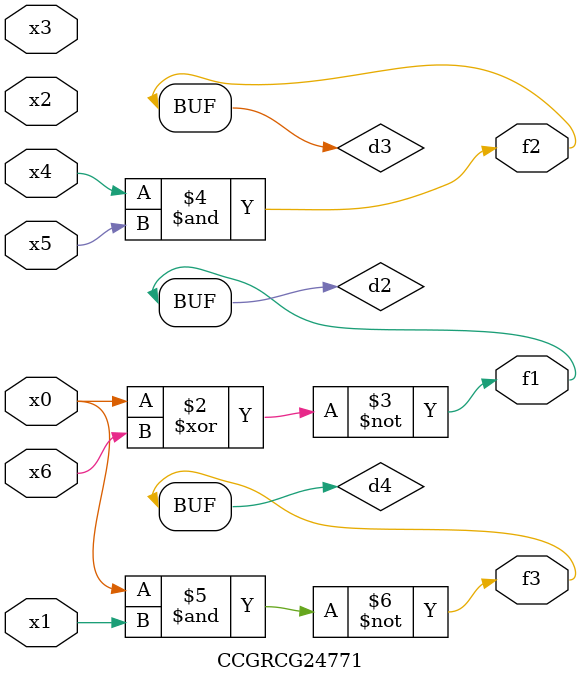
<source format=v>
module CCGRCG24771(
	input x0, x1, x2, x3, x4, x5, x6,
	output f1, f2, f3
);

	wire d1, d2, d3, d4;

	nor (d1, x0);
	xnor (d2, x0, x6);
	and (d3, x4, x5);
	nand (d4, x0, x1);
	assign f1 = d2;
	assign f2 = d3;
	assign f3 = d4;
endmodule

</source>
